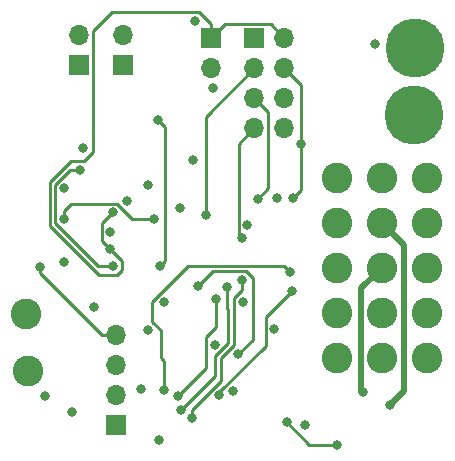
<source format=gbl>
%TF.GenerationSoftware,KiCad,Pcbnew,(5.1.6-0-10_14)*%
%TF.CreationDate,2022-07-07T23:15:08-05:00*%
%TF.ProjectId,small_led_driver_v2,736d616c-6c5f-46c6-9564-5f6472697665,rev?*%
%TF.SameCoordinates,Original*%
%TF.FileFunction,Copper,L4,Bot*%
%TF.FilePolarity,Positive*%
%FSLAX46Y46*%
G04 Gerber Fmt 4.6, Leading zero omitted, Abs format (unit mm)*
G04 Created by KiCad (PCBNEW (5.1.6-0-10_14)) date 2022-07-07 23:15:08*
%MOMM*%
%LPD*%
G01*
G04 APERTURE LIST*
%TA.AperFunction,ComponentPad*%
%ADD10C,2.600000*%
%TD*%
%TA.AperFunction,ComponentPad*%
%ADD11O,1.700000X1.700000*%
%TD*%
%TA.AperFunction,ComponentPad*%
%ADD12R,1.700000X1.700000*%
%TD*%
%TA.AperFunction,ComponentPad*%
%ADD13C,5.000000*%
%TD*%
%TA.AperFunction,ViaPad*%
%ADD14C,0.800000*%
%TD*%
%TA.AperFunction,Conductor*%
%ADD15C,0.250000*%
%TD*%
%TA.AperFunction,Conductor*%
%ADD16C,0.500000*%
%TD*%
G04 APERTURE END LIST*
D10*
%TO.P,J13,1*%
%TO.N,/TIM1_CH1_SHIFT*%
X119806900Y-99585200D03*
%TD*%
%TO.P,J17,1*%
%TO.N,/TIM1_CH2_SHIFT*%
X119806900Y-107205200D03*
%TD*%
%TO.P,J19,1*%
%TO.N,/TIM1_CH3_SHIFT*%
X119806900Y-103395200D03*
%TD*%
%TO.P,J22,1*%
%TO.N,/TIM15_CH1_SHIFT*%
X119806900Y-95775200D03*
%TD*%
%TO.P,J23,1*%
%TO.N,/TIM16_CH1_SHIFT*%
X119806900Y-91965200D03*
%TD*%
D11*
%TO.P,J3,4*%
%TO.N,/WKUP2*%
X97309280Y-105287704D03*
%TO.P,J3,3*%
%TO.N,/WKUP1*%
X97309280Y-107827704D03*
%TO.P,J3,2*%
%TO.N,/WKUP4*%
X97309280Y-110367704D03*
D12*
%TO.P,J3,1*%
%TO.N,/WKUP3*%
X97309280Y-112907704D03*
%TD*%
D13*
%TO.P,J20,1*%
%TO.N,+5V*%
X122555000Y-80987900D03*
%TD*%
%TO.P,J21,1*%
%TO.N,GND1*%
X122491500Y-86702900D03*
%TD*%
D12*
%TO.P,SW1,1*%
%TO.N,/NRST*%
X105300780Y-80149700D03*
D11*
%TO.P,SW1,2*%
%TO.N,GND1*%
X105300780Y-82689700D03*
%TD*%
D12*
%TO.P,J18,1*%
%TO.N,GND1*%
X109004100Y-80149700D03*
D11*
%TO.P,J18,2*%
%TO.N,/NRST*%
X111544100Y-80149700D03*
%TO.P,J18,3*%
%TO.N,/NJTRST*%
X109004100Y-82689700D03*
%TO.P,J18,4*%
%TO.N,/JTDO*%
X111544100Y-82689700D03*
%TO.P,J18,5*%
%TO.N,/JTDI*%
X109004100Y-85229700D03*
%TO.P,J18,6*%
%TO.N,/SWCLK*%
X111544100Y-85229700D03*
%TO.P,J18,7*%
%TO.N,/SWDIO*%
X109004100Y-87769700D03*
%TO.P,J18,8*%
%TO.N,+3V3*%
X111544100Y-87769700D03*
%TD*%
%TO.P,J14,2*%
%TO.N,+5V*%
X97840800Y-79908400D03*
D12*
%TO.P,J14,1*%
%TO.N,Net-(J14-Pad1)*%
X97840800Y-82448400D03*
%TD*%
%TO.P,J16,1*%
%TO.N,Net-(J16-Pad1)*%
X94157800Y-82448400D03*
D11*
%TO.P,J16,2*%
%TO.N,+5V*%
X94157800Y-79908400D03*
%TD*%
D10*
%TO.P,J1,1*%
%TO.N,+3V3*%
X89865200Y-108343700D03*
%TD*%
%TO.P,J2,1*%
%TO.N,GND1*%
X89674700Y-103479600D03*
%TD*%
%TO.P,J4,1*%
%TO.N,GND1*%
X123616900Y-91965200D03*
%TD*%
%TO.P,J5,1*%
%TO.N,+5V*%
X115996900Y-95775200D03*
%TD*%
%TO.P,J6,1*%
%TO.N,+5V*%
X115996900Y-107205200D03*
%TD*%
%TO.P,J7,1*%
%TO.N,+5V*%
X115996900Y-99585200D03*
%TD*%
%TO.P,J8,1*%
%TO.N,+5V*%
X115996900Y-91965200D03*
%TD*%
%TO.P,J9,1*%
%TO.N,GND1*%
X123616900Y-103395200D03*
%TD*%
%TO.P,J10,1*%
%TO.N,GND1*%
X123616900Y-95775200D03*
%TD*%
%TO.P,J11,1*%
%TO.N,GND1*%
X123616900Y-107205200D03*
%TD*%
%TO.P,J12,1*%
%TO.N,GND1*%
X123616900Y-99585200D03*
%TD*%
%TO.P,J15,1*%
%TO.N,+5V*%
X115996900Y-103395200D03*
%TD*%
D14*
%TO.N,GND1*%
X108380000Y-96010000D03*
X96810000Y-96530000D03*
X92865000Y-92875000D03*
X101380000Y-102540000D03*
X95415100Y-102882700D03*
X99360000Y-109830000D03*
X102679500Y-94551500D03*
X105630000Y-106100000D03*
X110890000Y-93660000D03*
X100880000Y-114220000D03*
X107990000Y-102520000D03*
X119180000Y-80670000D03*
X110680000Y-104800000D03*
X103974900Y-78689200D03*
X94468950Y-89477850D03*
X92900500Y-99098100D03*
X113284000Y-112903000D03*
X91300300Y-110439200D03*
%TO.N,+3V3*%
X98225000Y-93965000D03*
X103780000Y-90500000D03*
X100010000Y-104890000D03*
X99960000Y-92590000D03*
X107218480Y-110004860D03*
X105483660Y-84409280D03*
X93543210Y-111853890D03*
%TO.N,/NRST*%
X96730000Y-98010000D03*
X96992440Y-94891860D03*
%TO.N,+5V*%
X111721900Y-112661700D03*
X115963700Y-114630200D03*
%TO.N,/WKUP2*%
X100505999Y-95455001D03*
X92837000Y-95491300D03*
X90855800Y-99529900D03*
%TO.N,/LED_OUT_2*%
X101013298Y-99453700D03*
X100825300Y-87058500D03*
%TO.N,/LED_OUT_1*%
X94208600Y-91287600D03*
X97053400Y-99466400D03*
%TO.N,/TIM15_CH1_SHIFT*%
X120512840Y-111236760D03*
%TO.N,/TIM1_CH1_SHIFT*%
X118201440Y-110131860D03*
%TO.N,/JTDI*%
X109270800Y-93738700D03*
%TO.N,/SWDIO*%
X107937300Y-97116900D03*
%TO.N,/JTDO*%
X112979200Y-89126060D03*
X112280700Y-93675200D03*
%TO.N,/NJTRST*%
X104900000Y-95100000D03*
%TO.N,/TIM16_CH1*%
X104200000Y-101160000D03*
X107630000Y-106920000D03*
%TO.N,/TIM15_CH1*%
X106019600Y-110375700D03*
X112153700Y-101574600D03*
%TO.N,/TIM1_CH1*%
X103720900Y-112318800D03*
X107950000Y-100630000D03*
%TO.N,/TIM1_CH2*%
X102773183Y-111683800D03*
X106654600Y-101231700D03*
%TO.N,/TIM1_CH3*%
X102565200Y-110490000D03*
X105727500Y-102260400D03*
%TO.N,/LVL_EN*%
X101340000Y-109920000D03*
X111969900Y-99955000D03*
%TD*%
D15*
%TO.N,/NRST*%
X96084999Y-95799301D02*
X96992440Y-94891860D01*
X96084999Y-97364999D02*
X96084999Y-95799301D01*
X96730000Y-98010000D02*
X96084999Y-97364999D01*
X110369099Y-78974699D02*
X111544100Y-80149700D01*
X106475781Y-78974699D02*
X110369099Y-78974699D01*
X105300780Y-80149700D02*
X106475781Y-78974699D01*
X105300780Y-78942078D02*
X104322901Y-77964199D01*
X105300780Y-80149700D02*
X105300780Y-78942078D01*
X97778401Y-99058401D02*
X96730000Y-98010000D01*
X97778401Y-99814401D02*
X97778401Y-99058401D01*
X97401401Y-100191401D02*
X97778401Y-99814401D01*
X91661989Y-92368599D02*
X91661990Y-96025702D01*
X93467989Y-90562599D02*
X91661989Y-92368599D01*
X91661990Y-96025702D02*
X95827689Y-100191401D01*
X94556601Y-90562599D02*
X93467989Y-90562599D01*
X95332801Y-89786399D02*
X94556601Y-90562599D01*
X95332801Y-79584299D02*
X95332801Y-89786399D01*
X96952901Y-77964199D02*
X95332801Y-79584299D01*
X95827689Y-100191401D02*
X97401401Y-100191401D01*
X104322901Y-77964199D02*
X96952901Y-77964199D01*
%TO.N,+5V*%
X111721900Y-112661700D02*
X113639600Y-114579400D01*
X113690400Y-114630200D02*
X113639600Y-114579400D01*
X115963700Y-114630200D02*
X113690400Y-114630200D01*
%TO.N,/WKUP2*%
X97353857Y-94166859D02*
X98641999Y-95455001D01*
X93564541Y-94166859D02*
X97353857Y-94166859D01*
X93564541Y-94166859D02*
X93501041Y-94166859D01*
X92837000Y-94830900D02*
X93501041Y-94166859D01*
X98641999Y-95455001D02*
X100505999Y-95455001D01*
X92837000Y-95491300D02*
X92837000Y-94830900D01*
X96107199Y-105287704D02*
X90855800Y-100036305D01*
X97309280Y-105287704D02*
X96107199Y-105287704D01*
X90855800Y-100036305D02*
X90855800Y-99529900D01*
%TO.N,/LED_OUT_2*%
X101413297Y-99053701D02*
X101413297Y-87646497D01*
X101013298Y-99453700D02*
X101413297Y-99053701D01*
X101413297Y-87646497D02*
X100825300Y-87058500D01*
%TO.N,/LED_OUT_1*%
X95739098Y-99466400D02*
X97053400Y-99466400D01*
X92111999Y-95839301D02*
X95739098Y-99466400D01*
X93379398Y-91287600D02*
X94208600Y-91287600D01*
X92111999Y-92554999D02*
X93379398Y-91287600D01*
X92111999Y-92673001D02*
X92111999Y-95839301D01*
X92111999Y-92673001D02*
X92111999Y-92554999D01*
D16*
%TO.N,/TIM15_CH1_SHIFT*%
X120512840Y-111236760D02*
X121676160Y-110073440D01*
X121676160Y-97644460D02*
X119806900Y-95775200D01*
X121676160Y-110073440D02*
X121676160Y-97644460D01*
%TO.N,/TIM1_CH1_SHIFT*%
X118056899Y-101335201D02*
X119806900Y-99585200D01*
X118056899Y-109987319D02*
X118056899Y-101335201D01*
X118201440Y-110131860D02*
X118056899Y-109987319D01*
D15*
%TO.N,/JTDI*%
X110179101Y-92830399D02*
X110179101Y-86404701D01*
X109270800Y-93738700D02*
X110179101Y-92830399D01*
X110179101Y-86404701D02*
X109004100Y-85229700D01*
%TO.N,/SWDIO*%
X107654999Y-89118801D02*
X107654999Y-96834599D01*
X107654999Y-96834599D02*
X107937300Y-97116900D01*
X107937300Y-97116900D02*
X107988100Y-97167700D01*
X109004100Y-87769700D02*
X107654999Y-89118801D01*
%TO.N,/JTDO*%
X112979200Y-84124800D02*
X111544100Y-82689700D01*
X112979200Y-89126060D02*
X112979200Y-84124800D01*
X112979200Y-89126060D02*
X112979200Y-92976700D01*
X112979200Y-92976700D02*
X112280700Y-93675200D01*
%TO.N,/NJTRST*%
X104900000Y-95100000D02*
X104900000Y-95190000D01*
X104900000Y-86793800D02*
X109004100Y-82689700D01*
X104900000Y-95100000D02*
X104900000Y-86793800D01*
%TO.N,/TIM16_CH1*%
X108860000Y-105690000D02*
X107630000Y-106920000D01*
X108298001Y-99904999D02*
X108860000Y-100466998D01*
X108860000Y-100466998D02*
X108860000Y-105690000D01*
X105455001Y-99904999D02*
X108298001Y-99904999D01*
X104200000Y-101160000D02*
X105455001Y-99904999D01*
%TO.N,/TIM15_CH1*%
X109954999Y-106195339D02*
X109954999Y-103773301D01*
X106019600Y-110130738D02*
X109954999Y-106195339D01*
X106019600Y-110375700D02*
X106019600Y-110130738D01*
X109954999Y-103773301D02*
X112153700Y-101574600D01*
X112153700Y-101574600D02*
X112217200Y-101511100D01*
%TO.N,/TIM1_CH1*%
X107264999Y-102171999D02*
X107264999Y-102868001D01*
X107950000Y-101486998D02*
X107264999Y-102171999D01*
X107950000Y-100630000D02*
X107950000Y-101486998D01*
X107264999Y-102868001D02*
X107280000Y-102883002D01*
X107280000Y-102883002D02*
X107280000Y-106140000D01*
X103720900Y-111601398D02*
X106140398Y-109181900D01*
X103720900Y-112318800D02*
X103720900Y-111601398D01*
X106140398Y-107279602D02*
X106748100Y-106671900D01*
X106140398Y-109181900D02*
X106140398Y-107279602D01*
X106748100Y-106671900D02*
X106630000Y-106790000D01*
X107280000Y-106140000D02*
X106748100Y-106671900D01*
%TO.N,/TIM1_CH2*%
X102773183Y-111683800D02*
X105690388Y-108766595D01*
X105690389Y-107093201D02*
X106781600Y-106001990D01*
X105690388Y-108766595D02*
X105690389Y-107093201D01*
X106781600Y-103162100D02*
X106654600Y-103035100D01*
X106781600Y-106001990D02*
X106781600Y-103162100D01*
X106654600Y-103035100D02*
X106654600Y-101231700D01*
%TO.N,/TIM1_CH3*%
X102565200Y-110490000D02*
X104940100Y-108115100D01*
X104904999Y-106448001D02*
X104904999Y-105470501D01*
X104940100Y-106483102D02*
X104904999Y-106448001D01*
X104940100Y-108115100D02*
X104940100Y-106483102D01*
X105727500Y-104648000D02*
X105727500Y-102260400D01*
X104904999Y-105470501D02*
X105727500Y-104648000D01*
%TO.N,/LVL_EN*%
X101095000Y-104901998D02*
X100358001Y-104164999D01*
X101095000Y-107235000D02*
X101095000Y-104901998D01*
X101340000Y-107480000D02*
X101095000Y-107235000D01*
X101340000Y-109920000D02*
X101340000Y-107480000D01*
X111469889Y-99454989D02*
X111969900Y-99955000D01*
X103392009Y-99454989D02*
X111469889Y-99454989D01*
X100358001Y-102488997D02*
X103392009Y-99454989D01*
X100358001Y-104164999D02*
X100358001Y-102488997D01*
%TD*%
M02*

</source>
